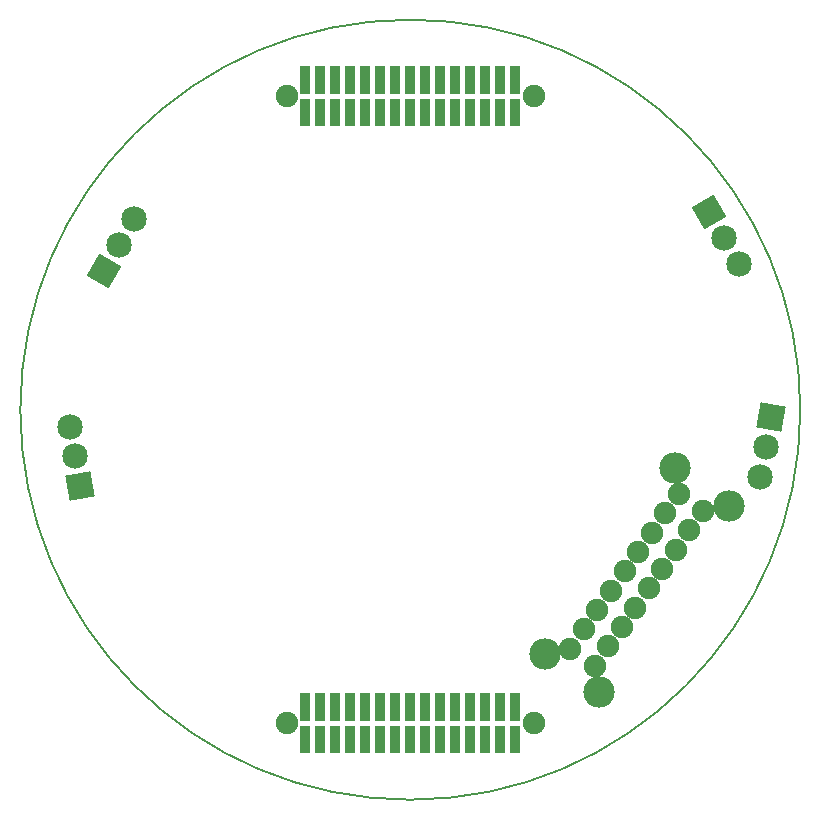
<source format=gbs>
G04*
G04 #@! TF.GenerationSoftware,Altium Limited,Altium Designer,22.3.1 (43)*
G04*
G04 Layer_Color=16711935*
%FSLAX25Y25*%
%MOIN*%
G70*
G04*
G04 #@! TF.SameCoordinates,26406105-7067-4880-9C5C-2A59F93044AC*
G04*
G04*
G04 #@! TF.FilePolarity,Negative*
G04*
G01*
G75*
%ADD14C,0.00500*%
%ADD41C,0.00000*%
%ADD42C,0.07512*%
%ADD43P,0.12015X4X165.0*%
%ADD44C,0.08496*%
%ADD45P,0.12015X4X285.0*%
%ADD46P,0.12015X4X325.0*%
%ADD47P,0.12015X4X125.0*%
%ADD48C,0.10465*%
G36*
X773058Y339003D02*
X769743D01*
X769743Y348145D01*
X773058D01*
X773058Y339003D01*
D02*
G37*
G36*
X768057D02*
X764743D01*
Y348145D01*
X768057D01*
X768057Y339003D01*
D02*
G37*
G36*
X763058D02*
X759743D01*
Y348145D01*
X763058D01*
X763058Y339003D01*
D02*
G37*
G36*
X758057D02*
X754743D01*
X754743Y348145D01*
X758057Y348145D01*
Y339003D01*
D02*
G37*
G36*
X748058D02*
X744743D01*
X744743Y348145D01*
X748058D01*
Y339003D01*
D02*
G37*
G36*
X738058D02*
X734743D01*
X734743Y348145D01*
X738058D01*
X738058Y339003D01*
D02*
G37*
G36*
X733057D02*
X729743D01*
Y348145D01*
X733057D01*
X733057Y339003D01*
D02*
G37*
G36*
X723058D02*
X719743D01*
Y348145D01*
X723058D01*
Y339003D01*
D02*
G37*
G36*
X713058D02*
X709743D01*
X709743Y348145D01*
X713058D01*
Y339003D01*
D02*
G37*
G36*
X783057D02*
X779743Y339003D01*
Y348145D01*
X783057D01*
X783057Y339003D01*
D02*
G37*
G36*
X778057Y339003D02*
X774743Y339003D01*
Y348145D01*
X778057D01*
Y339003D01*
D02*
G37*
G36*
X753057D02*
X749743D01*
Y348145D01*
X753057D01*
Y339003D01*
D02*
G37*
G36*
X743057D02*
X739743Y339003D01*
Y348145D01*
X743057D01*
Y339003D01*
D02*
G37*
G36*
X728057Y339003D02*
X724743Y339003D01*
Y348145D01*
X728057D01*
X728057Y339003D01*
D02*
G37*
G36*
X718057Y339003D02*
X714743D01*
Y348145D01*
X718057D01*
Y339003D01*
D02*
G37*
G36*
X783057Y328255D02*
X779743D01*
X779743Y337397D01*
X783057D01*
X783057Y328255D01*
D02*
G37*
G36*
X778057D02*
X774743D01*
Y337397D01*
X778057D01*
X778057Y328255D01*
D02*
G37*
G36*
X773058D02*
X769743D01*
X769743Y337397D01*
X773058D01*
X773058Y328255D01*
D02*
G37*
G36*
X768057D02*
X764743D01*
Y337397D01*
X768057D01*
Y328255D01*
D02*
G37*
G36*
X758057D02*
X754743D01*
X754743Y337397D01*
X758057D01*
Y328255D01*
D02*
G37*
G36*
X753057D02*
X749743D01*
X749743Y337397D01*
X753057Y337397D01*
Y328255D01*
D02*
G37*
G36*
X748058D02*
X744743D01*
X744743Y337397D01*
X748058D01*
Y328255D01*
D02*
G37*
G36*
X743057D02*
X739743D01*
Y337397D01*
X743057D01*
Y328255D01*
D02*
G37*
G36*
X728057Y337397D02*
X728057Y328255D01*
X724743D01*
X724743Y337397D01*
X728057Y337397D01*
D02*
G37*
G36*
X723058Y328255D02*
X719743D01*
Y337397D01*
X723058D01*
Y328255D01*
D02*
G37*
G36*
X718057D02*
X714743D01*
Y337397D01*
X718057D01*
X718057Y328255D01*
D02*
G37*
G36*
X713058D02*
X709743D01*
X709743Y337397D01*
X713058Y337397D01*
Y328255D01*
D02*
G37*
G36*
X763058Y328255D02*
X759743D01*
Y337397D01*
X763058D01*
Y328255D01*
D02*
G37*
G36*
X738058Y328255D02*
X734743Y328255D01*
Y337397D01*
X738058D01*
X738058Y328255D01*
D02*
G37*
G36*
X733057Y328255D02*
X729743Y328255D01*
Y337397D01*
X733057D01*
Y328255D01*
D02*
G37*
G36*
X773058Y548003D02*
X769743D01*
Y557145D01*
X773058D01*
Y548003D01*
D02*
G37*
G36*
X768057D02*
X764743D01*
Y557145D01*
X768057D01*
X768057Y548003D01*
D02*
G37*
G36*
X763058D02*
X759743D01*
Y557145D01*
X763058D01*
Y548003D01*
D02*
G37*
G36*
X758057D02*
X754743D01*
X754743Y557145D01*
X758057D01*
Y548003D01*
D02*
G37*
G36*
X748058D02*
X744743D01*
Y557145D01*
X748058D01*
Y548003D01*
D02*
G37*
G36*
X738058D02*
X734743D01*
Y557145D01*
X738058D01*
X738058Y548003D01*
D02*
G37*
G36*
X733057D02*
X729743D01*
Y557145D01*
X733057D01*
X733057Y548003D01*
D02*
G37*
G36*
X723058D02*
X719743D01*
Y557145D01*
X723058D01*
Y548003D01*
D02*
G37*
G36*
X783057D02*
X779743Y548003D01*
Y557145D01*
X783057D01*
X783057Y548003D01*
D02*
G37*
G36*
X778057Y548003D02*
X774743D01*
Y557145D01*
X778057D01*
Y548003D01*
D02*
G37*
G36*
X753057D02*
X749743D01*
Y557145D01*
X753057D01*
Y548003D01*
D02*
G37*
G36*
X743057D02*
X739743Y548003D01*
Y557145D01*
X743057D01*
Y548003D01*
D02*
G37*
G36*
X728057Y548003D02*
X724743Y548003D01*
Y557145D01*
X728057D01*
X728057Y548003D01*
D02*
G37*
G36*
X718057Y548003D02*
X714743D01*
Y557145D01*
X718057D01*
Y548003D01*
D02*
G37*
G36*
X713058D02*
X709743Y548003D01*
X709743Y557145D01*
X713058D01*
Y548003D01*
D02*
G37*
G36*
X783057Y537255D02*
X779743D01*
Y546397D01*
X783057D01*
X783057Y537255D01*
D02*
G37*
G36*
X778057D02*
X774743D01*
Y546397D01*
X778057D01*
X778057Y537255D01*
D02*
G37*
G36*
X773058D02*
X769743D01*
X769743Y546397D01*
X773058D01*
X773058Y537255D01*
D02*
G37*
G36*
X768057D02*
X764743D01*
Y546397D01*
X768057D01*
Y537255D01*
D02*
G37*
G36*
X753057D02*
X749743D01*
X749743Y546397D01*
X753057D01*
Y537255D01*
D02*
G37*
G36*
X748058D02*
X744743D01*
X744743Y546397D01*
X748058D01*
Y537255D01*
D02*
G37*
G36*
X743057D02*
X739743D01*
Y546397D01*
X743057D01*
Y537255D01*
D02*
G37*
G36*
X728057D02*
X724743D01*
X724743Y546397D01*
X728057D01*
Y537255D01*
D02*
G37*
G36*
X723058D02*
X719743D01*
Y546397D01*
X723058D01*
Y537255D01*
D02*
G37*
G36*
X718057D02*
X714743D01*
Y546397D01*
X718057D01*
Y537255D01*
D02*
G37*
G36*
X713058D02*
X709743D01*
X709743Y546397D01*
X713058D01*
Y537255D01*
D02*
G37*
G36*
X763058Y537255D02*
X759743D01*
Y546397D01*
X763058D01*
Y537255D01*
D02*
G37*
G36*
X758057D02*
X754743Y537255D01*
X754743Y546397D01*
X758057D01*
Y537255D01*
D02*
G37*
G36*
X738058Y537255D02*
X734743Y537255D01*
Y546397D01*
X738058D01*
X738058Y537255D01*
D02*
G37*
G36*
X733057Y537255D02*
X729743D01*
Y546397D01*
X733057D01*
Y537255D01*
D02*
G37*
D14*
X876400Y442700D02*
G03*
X876400Y442700I-130000J0D01*
G01*
D41*
X708105Y338200D02*
G03*
X708105Y338200I-2957J0D01*
G01*
X790609Y338200D02*
G03*
X790609Y338200I-2957J0D01*
G01*
X708105Y547200D02*
G03*
X708105Y547200I-2957J0D01*
G01*
X790609Y547200D02*
G03*
X790609Y547200I-2957J0D01*
G01*
D42*
X705148Y338200D02*
D03*
X787652Y338200D02*
D03*
X843962Y408950D02*
D03*
X839445Y402500D02*
D03*
X834929Y396050D02*
D03*
X830413Y389600D02*
D03*
X825896Y383150D02*
D03*
X821380Y376700D02*
D03*
X816864Y370250D02*
D03*
X812347Y363800D02*
D03*
X807831Y357350D02*
D03*
X835899Y414596D02*
D03*
X831383Y408146D02*
D03*
X826867Y401696D02*
D03*
X822350Y395246D02*
D03*
X817834Y388795D02*
D03*
X813318Y382346D02*
D03*
X808801Y375896D02*
D03*
X804285Y369445D02*
D03*
X799769Y362996D02*
D03*
X705148Y547200D02*
D03*
X787652Y547200D02*
D03*
D43*
X845912Y508468D02*
D03*
D44*
X850912Y499808D02*
D03*
X855912Y491148D02*
D03*
X649273Y497576D02*
D03*
X654273Y506236D02*
D03*
X634703Y427192D02*
D03*
X632967Y437040D02*
D03*
X863133Y420431D02*
D03*
X864870Y430279D02*
D03*
D45*
X644273Y488916D02*
D03*
D46*
X636440Y417344D02*
D03*
D47*
X866606Y440127D02*
D03*
D48*
X852574Y410610D02*
D03*
X834514Y423256D02*
D03*
X791157Y361336D02*
D03*
X809217Y348690D02*
D03*
M02*

</source>
